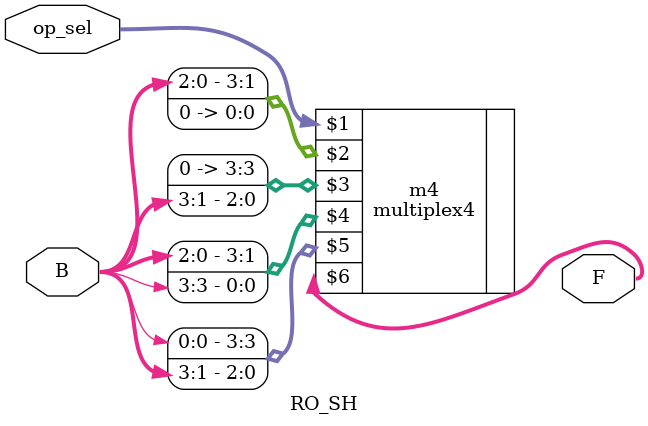
<source format=v>
module RO_SH (input [3:0] B,input [1:0] op_sel, output [3:0] F);

multiplex4 m4(op_sel, {B[2:0], 1'b0},  {1'b0, B[3:1]},  {B[2:0], B[3]}, {B[0], B[3:1]}, F);

endmodule 
</source>
